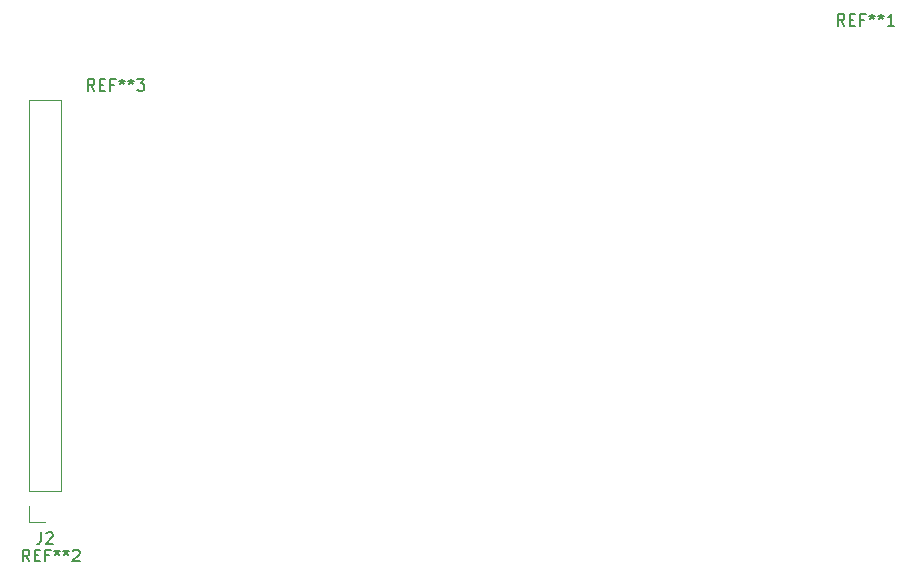
<source format=gbr>
%TF.GenerationSoftware,KiCad,Pcbnew,9.0.2*%
%TF.CreationDate,2025-10-25T22:23:18+02:00*%
%TF.ProjectId,raspberry screen,72617370-6265-4727-9279-207363726565,rev?*%
%TF.SameCoordinates,Original*%
%TF.FileFunction,Legend,Top*%
%TF.FilePolarity,Positive*%
%FSLAX46Y46*%
G04 Gerber Fmt 4.6, Leading zero omitted, Abs format (unit mm)*
G04 Created by KiCad (PCBNEW 9.0.2) date 2025-10-25 22:23:18*
%MOMM*%
%LPD*%
G01*
G04 APERTURE LIST*
%ADD10C,0.150000*%
%ADD11C,0.120000*%
G04 APERTURE END LIST*
D10*
X1690475Y-49804819D02*
X1357142Y-49328628D01*
X1119047Y-49804819D02*
X1119047Y-48804819D01*
X1119047Y-48804819D02*
X1499999Y-48804819D01*
X1499999Y-48804819D02*
X1595237Y-48852438D01*
X1595237Y-48852438D02*
X1642856Y-48900057D01*
X1642856Y-48900057D02*
X1690475Y-48995295D01*
X1690475Y-48995295D02*
X1690475Y-49138152D01*
X1690475Y-49138152D02*
X1642856Y-49233390D01*
X1642856Y-49233390D02*
X1595237Y-49281009D01*
X1595237Y-49281009D02*
X1499999Y-49328628D01*
X1499999Y-49328628D02*
X1119047Y-49328628D01*
X2119047Y-49281009D02*
X2452380Y-49281009D01*
X2595237Y-49804819D02*
X2119047Y-49804819D01*
X2119047Y-49804819D02*
X2119047Y-48804819D01*
X2119047Y-48804819D02*
X2595237Y-48804819D01*
X3357142Y-49281009D02*
X3023809Y-49281009D01*
X3023809Y-49804819D02*
X3023809Y-48804819D01*
X3023809Y-48804819D02*
X3499999Y-48804819D01*
X4023809Y-48804819D02*
X4023809Y-49042914D01*
X3785714Y-48947676D02*
X4023809Y-49042914D01*
X4023809Y-49042914D02*
X4261904Y-48947676D01*
X3880952Y-49233390D02*
X4023809Y-49042914D01*
X4023809Y-49042914D02*
X4166666Y-49233390D01*
X4785714Y-48804819D02*
X4785714Y-49042914D01*
X4547619Y-48947676D02*
X4785714Y-49042914D01*
X4785714Y-49042914D02*
X5023809Y-48947676D01*
X4642857Y-49233390D02*
X4785714Y-49042914D01*
X4785714Y-49042914D02*
X4928571Y-49233390D01*
X5357143Y-48900057D02*
X5404762Y-48852438D01*
X5404762Y-48852438D02*
X5500000Y-48804819D01*
X5500000Y-48804819D02*
X5738095Y-48804819D01*
X5738095Y-48804819D02*
X5833333Y-48852438D01*
X5833333Y-48852438D02*
X5880952Y-48900057D01*
X5880952Y-48900057D02*
X5928571Y-48995295D01*
X5928571Y-48995295D02*
X5928571Y-49090533D01*
X5928571Y-49090533D02*
X5880952Y-49233390D01*
X5880952Y-49233390D02*
X5309524Y-49804819D01*
X5309524Y-49804819D02*
X5928571Y-49804819D01*
X2666666Y-47344819D02*
X2666666Y-48059104D01*
X2666666Y-48059104D02*
X2619047Y-48201961D01*
X2619047Y-48201961D02*
X2523809Y-48297200D01*
X2523809Y-48297200D02*
X2380952Y-48344819D01*
X2380952Y-48344819D02*
X2285714Y-48344819D01*
X3095238Y-47440057D02*
X3142857Y-47392438D01*
X3142857Y-47392438D02*
X3238095Y-47344819D01*
X3238095Y-47344819D02*
X3476190Y-47344819D01*
X3476190Y-47344819D02*
X3571428Y-47392438D01*
X3571428Y-47392438D02*
X3619047Y-47440057D01*
X3619047Y-47440057D02*
X3666666Y-47535295D01*
X3666666Y-47535295D02*
X3666666Y-47630533D01*
X3666666Y-47630533D02*
X3619047Y-47773390D01*
X3619047Y-47773390D02*
X3047619Y-48344819D01*
X3047619Y-48344819D02*
X3666666Y-48344819D01*
X7190475Y-9954819D02*
X6857142Y-9478628D01*
X6619047Y-9954819D02*
X6619047Y-8954819D01*
X6619047Y-8954819D02*
X6999999Y-8954819D01*
X6999999Y-8954819D02*
X7095237Y-9002438D01*
X7095237Y-9002438D02*
X7142856Y-9050057D01*
X7142856Y-9050057D02*
X7190475Y-9145295D01*
X7190475Y-9145295D02*
X7190475Y-9288152D01*
X7190475Y-9288152D02*
X7142856Y-9383390D01*
X7142856Y-9383390D02*
X7095237Y-9431009D01*
X7095237Y-9431009D02*
X6999999Y-9478628D01*
X6999999Y-9478628D02*
X6619047Y-9478628D01*
X7619047Y-9431009D02*
X7952380Y-9431009D01*
X8095237Y-9954819D02*
X7619047Y-9954819D01*
X7619047Y-9954819D02*
X7619047Y-8954819D01*
X7619047Y-8954819D02*
X8095237Y-8954819D01*
X8857142Y-9431009D02*
X8523809Y-9431009D01*
X8523809Y-9954819D02*
X8523809Y-8954819D01*
X8523809Y-8954819D02*
X8999999Y-8954819D01*
X9523809Y-8954819D02*
X9523809Y-9192914D01*
X9285714Y-9097676D02*
X9523809Y-9192914D01*
X9523809Y-9192914D02*
X9761904Y-9097676D01*
X9380952Y-9383390D02*
X9523809Y-9192914D01*
X9523809Y-9192914D02*
X9666666Y-9383390D01*
X10285714Y-8954819D02*
X10285714Y-9192914D01*
X10047619Y-9097676D02*
X10285714Y-9192914D01*
X10285714Y-9192914D02*
X10523809Y-9097676D01*
X10142857Y-9383390D02*
X10285714Y-9192914D01*
X10285714Y-9192914D02*
X10428571Y-9383390D01*
X10809524Y-8954819D02*
X11428571Y-8954819D01*
X11428571Y-8954819D02*
X11095238Y-9335771D01*
X11095238Y-9335771D02*
X11238095Y-9335771D01*
X11238095Y-9335771D02*
X11333333Y-9383390D01*
X11333333Y-9383390D02*
X11380952Y-9431009D01*
X11380952Y-9431009D02*
X11428571Y-9526247D01*
X11428571Y-9526247D02*
X11428571Y-9764342D01*
X11428571Y-9764342D02*
X11380952Y-9859580D01*
X11380952Y-9859580D02*
X11333333Y-9907200D01*
X11333333Y-9907200D02*
X11238095Y-9954819D01*
X11238095Y-9954819D02*
X10952381Y-9954819D01*
X10952381Y-9954819D02*
X10857143Y-9907200D01*
X10857143Y-9907200D02*
X10809524Y-9859580D01*
X70690475Y-4454819D02*
X70357142Y-3978628D01*
X70119047Y-4454819D02*
X70119047Y-3454819D01*
X70119047Y-3454819D02*
X70499999Y-3454819D01*
X70499999Y-3454819D02*
X70595237Y-3502438D01*
X70595237Y-3502438D02*
X70642856Y-3550057D01*
X70642856Y-3550057D02*
X70690475Y-3645295D01*
X70690475Y-3645295D02*
X70690475Y-3788152D01*
X70690475Y-3788152D02*
X70642856Y-3883390D01*
X70642856Y-3883390D02*
X70595237Y-3931009D01*
X70595237Y-3931009D02*
X70499999Y-3978628D01*
X70499999Y-3978628D02*
X70119047Y-3978628D01*
X71119047Y-3931009D02*
X71452380Y-3931009D01*
X71595237Y-4454819D02*
X71119047Y-4454819D01*
X71119047Y-4454819D02*
X71119047Y-3454819D01*
X71119047Y-3454819D02*
X71595237Y-3454819D01*
X72357142Y-3931009D02*
X72023809Y-3931009D01*
X72023809Y-4454819D02*
X72023809Y-3454819D01*
X72023809Y-3454819D02*
X72499999Y-3454819D01*
X73023809Y-3454819D02*
X73023809Y-3692914D01*
X72785714Y-3597676D02*
X73023809Y-3692914D01*
X73023809Y-3692914D02*
X73261904Y-3597676D01*
X72880952Y-3883390D02*
X73023809Y-3692914D01*
X73023809Y-3692914D02*
X73166666Y-3883390D01*
X73785714Y-3454819D02*
X73785714Y-3692914D01*
X73547619Y-3597676D02*
X73785714Y-3692914D01*
X73785714Y-3692914D02*
X74023809Y-3597676D01*
X73642857Y-3883390D02*
X73785714Y-3692914D01*
X73785714Y-3692914D02*
X73928571Y-3883390D01*
X74928571Y-4454819D02*
X74357143Y-4454819D01*
X74642857Y-4454819D02*
X74642857Y-3454819D01*
X74642857Y-3454819D02*
X74547619Y-3597676D01*
X74547619Y-3597676D02*
X74452381Y-3692914D01*
X74452381Y-3692914D02*
X74357143Y-3740533D01*
D11*
%TO.C,J2*%
X1670000Y-46450000D02*
X1670000Y-45120000D01*
X3000000Y-46450000D02*
X1670000Y-46450000D01*
X1670000Y-43850000D02*
X1670000Y-10770000D01*
X4330000Y-43850000D02*
X1670000Y-43850000D01*
X4330000Y-43850000D02*
X4330000Y-10770000D01*
X4330000Y-10770000D02*
X1670000Y-10770000D01*
%TD*%
M02*

</source>
